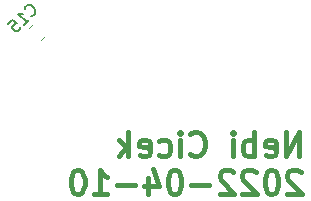
<source format=gbr>
%TF.GenerationSoftware,KiCad,Pcbnew,(6.0.4)*%
%TF.CreationDate,2022-04-10T17:23:06-04:00*%
%TF.ProjectId,ftdi601_breakout,66746469-3630-4315-9f62-7265616b6f75,rev?*%
%TF.SameCoordinates,Original*%
%TF.FileFunction,Legend,Bot*%
%TF.FilePolarity,Positive*%
%FSLAX46Y46*%
G04 Gerber Fmt 4.6, Leading zero omitted, Abs format (unit mm)*
G04 Created by KiCad (PCBNEW (6.0.4)) date 2022-04-10 17:23:06*
%MOMM*%
%LPD*%
G01*
G04 APERTURE LIST*
%ADD10C,0.400000*%
%ADD11C,0.150000*%
%ADD12C,0.120000*%
G04 APERTURE END LIST*
D10*
X176845844Y-96694761D02*
X176845844Y-94694761D01*
X175702987Y-96694761D01*
X175702987Y-94694761D01*
X173988701Y-96599523D02*
X174179177Y-96694761D01*
X174560130Y-96694761D01*
X174750606Y-96599523D01*
X174845844Y-96409047D01*
X174845844Y-95647142D01*
X174750606Y-95456666D01*
X174560130Y-95361428D01*
X174179177Y-95361428D01*
X173988701Y-95456666D01*
X173893463Y-95647142D01*
X173893463Y-95837619D01*
X174845844Y-96028095D01*
X173036320Y-96694761D02*
X173036320Y-94694761D01*
X173036320Y-95456666D02*
X172845844Y-95361428D01*
X172464892Y-95361428D01*
X172274415Y-95456666D01*
X172179177Y-95551904D01*
X172083939Y-95742380D01*
X172083939Y-96313809D01*
X172179177Y-96504285D01*
X172274415Y-96599523D01*
X172464892Y-96694761D01*
X172845844Y-96694761D01*
X173036320Y-96599523D01*
X171226796Y-96694761D02*
X171226796Y-95361428D01*
X171226796Y-94694761D02*
X171322035Y-94790000D01*
X171226796Y-94885238D01*
X171131558Y-94790000D01*
X171226796Y-94694761D01*
X171226796Y-94885238D01*
X167607749Y-96504285D02*
X167702987Y-96599523D01*
X167988701Y-96694761D01*
X168179177Y-96694761D01*
X168464892Y-96599523D01*
X168655368Y-96409047D01*
X168750606Y-96218571D01*
X168845844Y-95837619D01*
X168845844Y-95551904D01*
X168750606Y-95170952D01*
X168655368Y-94980476D01*
X168464892Y-94790000D01*
X168179177Y-94694761D01*
X167988701Y-94694761D01*
X167702987Y-94790000D01*
X167607749Y-94885238D01*
X166750606Y-96694761D02*
X166750606Y-95361428D01*
X166750606Y-94694761D02*
X166845844Y-94790000D01*
X166750606Y-94885238D01*
X166655368Y-94790000D01*
X166750606Y-94694761D01*
X166750606Y-94885238D01*
X164941082Y-96599523D02*
X165131558Y-96694761D01*
X165512511Y-96694761D01*
X165702987Y-96599523D01*
X165798225Y-96504285D01*
X165893463Y-96313809D01*
X165893463Y-95742380D01*
X165798225Y-95551904D01*
X165702987Y-95456666D01*
X165512511Y-95361428D01*
X165131558Y-95361428D01*
X164941082Y-95456666D01*
X163322035Y-96599523D02*
X163512511Y-96694761D01*
X163893463Y-96694761D01*
X164083939Y-96599523D01*
X164179177Y-96409047D01*
X164179177Y-95647142D01*
X164083939Y-95456666D01*
X163893463Y-95361428D01*
X163512511Y-95361428D01*
X163322035Y-95456666D01*
X163226796Y-95647142D01*
X163226796Y-95837619D01*
X164179177Y-96028095D01*
X162369654Y-96694761D02*
X162369654Y-94694761D01*
X162179177Y-95932857D02*
X161607749Y-96694761D01*
X161607749Y-95361428D02*
X162369654Y-96123333D01*
X176941082Y-98105238D02*
X176845844Y-98010000D01*
X176655368Y-97914761D01*
X176179177Y-97914761D01*
X175988701Y-98010000D01*
X175893463Y-98105238D01*
X175798225Y-98295714D01*
X175798225Y-98486190D01*
X175893463Y-98771904D01*
X177036320Y-99914761D01*
X175798225Y-99914761D01*
X174560130Y-97914761D02*
X174369654Y-97914761D01*
X174179177Y-98010000D01*
X174083939Y-98105238D01*
X173988701Y-98295714D01*
X173893463Y-98676666D01*
X173893463Y-99152857D01*
X173988701Y-99533809D01*
X174083939Y-99724285D01*
X174179177Y-99819523D01*
X174369654Y-99914761D01*
X174560130Y-99914761D01*
X174750606Y-99819523D01*
X174845844Y-99724285D01*
X174941082Y-99533809D01*
X175036320Y-99152857D01*
X175036320Y-98676666D01*
X174941082Y-98295714D01*
X174845844Y-98105238D01*
X174750606Y-98010000D01*
X174560130Y-97914761D01*
X173131558Y-98105238D02*
X173036320Y-98010000D01*
X172845844Y-97914761D01*
X172369654Y-97914761D01*
X172179177Y-98010000D01*
X172083939Y-98105238D01*
X171988701Y-98295714D01*
X171988701Y-98486190D01*
X172083939Y-98771904D01*
X173226796Y-99914761D01*
X171988701Y-99914761D01*
X171226796Y-98105238D02*
X171131558Y-98010000D01*
X170941082Y-97914761D01*
X170464892Y-97914761D01*
X170274415Y-98010000D01*
X170179177Y-98105238D01*
X170083939Y-98295714D01*
X170083939Y-98486190D01*
X170179177Y-98771904D01*
X171322035Y-99914761D01*
X170083939Y-99914761D01*
X169226796Y-99152857D02*
X167702987Y-99152857D01*
X166369654Y-97914761D02*
X166179177Y-97914761D01*
X165988701Y-98010000D01*
X165893463Y-98105238D01*
X165798225Y-98295714D01*
X165702987Y-98676666D01*
X165702987Y-99152857D01*
X165798225Y-99533809D01*
X165893463Y-99724285D01*
X165988701Y-99819523D01*
X166179177Y-99914761D01*
X166369654Y-99914761D01*
X166560130Y-99819523D01*
X166655368Y-99724285D01*
X166750606Y-99533809D01*
X166845844Y-99152857D01*
X166845844Y-98676666D01*
X166750606Y-98295714D01*
X166655368Y-98105238D01*
X166560130Y-98010000D01*
X166369654Y-97914761D01*
X163988701Y-98581428D02*
X163988701Y-99914761D01*
X164464892Y-97819523D02*
X164941082Y-99248095D01*
X163702987Y-99248095D01*
X162941082Y-99152857D02*
X161417273Y-99152857D01*
X159417273Y-99914761D02*
X160560130Y-99914761D01*
X159988701Y-99914761D02*
X159988701Y-97914761D01*
X160179177Y-98200476D01*
X160369654Y-98390952D01*
X160560130Y-98486190D01*
X158179177Y-97914761D02*
X157988701Y-97914761D01*
X157798225Y-98010000D01*
X157702987Y-98105238D01*
X157607749Y-98295714D01*
X157512511Y-98676666D01*
X157512511Y-99152857D01*
X157607749Y-99533809D01*
X157702987Y-99724285D01*
X157798225Y-99819523D01*
X157988701Y-99914761D01*
X158179177Y-99914761D01*
X158369654Y-99819523D01*
X158464892Y-99724285D01*
X158560130Y-99533809D01*
X158655368Y-99152857D01*
X158655368Y-98676666D01*
X158560130Y-98295714D01*
X158464892Y-98105238D01*
X158369654Y-98010000D01*
X158179177Y-97914761D01*
D11*
%TO.C,C15*%
X154147953Y-84838279D02*
X154215297Y-84838279D01*
X154349984Y-84770935D01*
X154417327Y-84703592D01*
X154484671Y-84568905D01*
X154484671Y-84434218D01*
X154450999Y-84333203D01*
X154349984Y-84164844D01*
X154248969Y-84063829D01*
X154080610Y-83962813D01*
X153979595Y-83929142D01*
X153844908Y-83929142D01*
X153710221Y-83996485D01*
X153642877Y-84063829D01*
X153575534Y-84198516D01*
X153575534Y-84265859D01*
X153541862Y-85579058D02*
X153945923Y-85174997D01*
X153743892Y-85377027D02*
X153036785Y-84669920D01*
X153205144Y-84703592D01*
X153339831Y-84703592D01*
X153440847Y-84669920D01*
X152194992Y-85511714D02*
X152531709Y-85174997D01*
X152902098Y-85478042D01*
X152834755Y-85478042D01*
X152733740Y-85511714D01*
X152565381Y-85680073D01*
X152531709Y-85781088D01*
X152531709Y-85848432D01*
X152565381Y-85949447D01*
X152733740Y-86117806D01*
X152834755Y-86151477D01*
X152902098Y-86151477D01*
X153003114Y-86117806D01*
X153171472Y-85949447D01*
X153205144Y-85848432D01*
X153205144Y-85781088D01*
D12*
X155333243Y-86563239D02*
X154963776Y-86932706D01*
X154293796Y-85523792D02*
X153924329Y-85893259D01*
%TD*%
M02*

</source>
